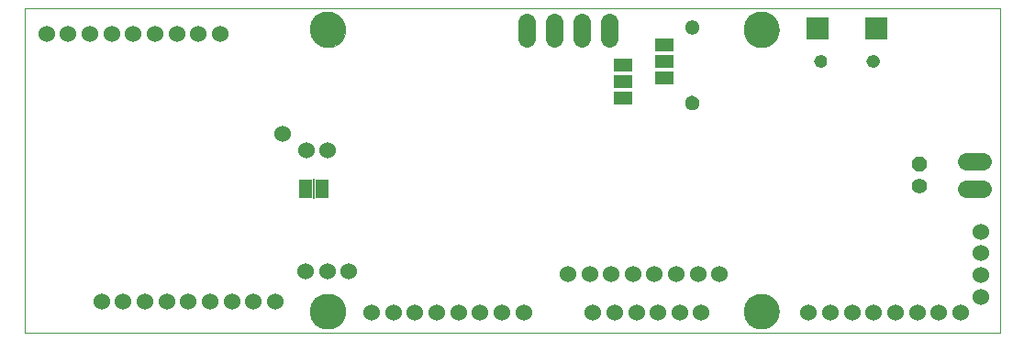
<source format=gbs>
G75*
%MOIN*%
%OFA0B0*%
%FSLAX25Y25*%
%IPPOS*%
%LPD*%
%AMOC8*
5,1,8,0,0,1.08239X$1,22.5*
%
%ADD10C,0.00000*%
%ADD11C,0.12998*%
%ADD12C,0.06000*%
%ADD13OC8,0.05600*%
%ADD14C,0.05600*%
%ADD15C,0.05124*%
%ADD16R,0.08274X0.08274*%
%ADD17C,0.04534*%
%ADD18C,0.06400*%
%ADD19R,0.05000X0.06700*%
%ADD20R,0.00600X0.07200*%
%ADD21R,0.06700X0.05000*%
D10*
X0001600Y0002700D02*
X0001600Y0120810D01*
X0355931Y0120810D01*
X0355931Y0002700D01*
X0001600Y0002700D01*
X0105537Y0010574D02*
X0105539Y0010732D01*
X0105545Y0010890D01*
X0105555Y0011048D01*
X0105569Y0011206D01*
X0105587Y0011363D01*
X0105608Y0011520D01*
X0105634Y0011676D01*
X0105664Y0011832D01*
X0105697Y0011987D01*
X0105735Y0012140D01*
X0105776Y0012293D01*
X0105821Y0012445D01*
X0105870Y0012596D01*
X0105923Y0012745D01*
X0105979Y0012893D01*
X0106039Y0013039D01*
X0106103Y0013184D01*
X0106171Y0013327D01*
X0106242Y0013469D01*
X0106316Y0013609D01*
X0106394Y0013746D01*
X0106476Y0013882D01*
X0106560Y0014016D01*
X0106649Y0014147D01*
X0106740Y0014276D01*
X0106835Y0014403D01*
X0106932Y0014528D01*
X0107033Y0014650D01*
X0107137Y0014769D01*
X0107244Y0014886D01*
X0107354Y0015000D01*
X0107467Y0015111D01*
X0107582Y0015220D01*
X0107700Y0015325D01*
X0107821Y0015427D01*
X0107944Y0015527D01*
X0108070Y0015623D01*
X0108198Y0015716D01*
X0108328Y0015806D01*
X0108461Y0015892D01*
X0108596Y0015976D01*
X0108732Y0016055D01*
X0108871Y0016132D01*
X0109012Y0016204D01*
X0109154Y0016274D01*
X0109298Y0016339D01*
X0109444Y0016401D01*
X0109591Y0016459D01*
X0109740Y0016514D01*
X0109890Y0016565D01*
X0110041Y0016612D01*
X0110193Y0016655D01*
X0110346Y0016694D01*
X0110501Y0016730D01*
X0110656Y0016761D01*
X0110812Y0016789D01*
X0110968Y0016813D01*
X0111125Y0016833D01*
X0111283Y0016849D01*
X0111440Y0016861D01*
X0111599Y0016869D01*
X0111757Y0016873D01*
X0111915Y0016873D01*
X0112073Y0016869D01*
X0112232Y0016861D01*
X0112389Y0016849D01*
X0112547Y0016833D01*
X0112704Y0016813D01*
X0112860Y0016789D01*
X0113016Y0016761D01*
X0113171Y0016730D01*
X0113326Y0016694D01*
X0113479Y0016655D01*
X0113631Y0016612D01*
X0113782Y0016565D01*
X0113932Y0016514D01*
X0114081Y0016459D01*
X0114228Y0016401D01*
X0114374Y0016339D01*
X0114518Y0016274D01*
X0114660Y0016204D01*
X0114801Y0016132D01*
X0114940Y0016055D01*
X0115076Y0015976D01*
X0115211Y0015892D01*
X0115344Y0015806D01*
X0115474Y0015716D01*
X0115602Y0015623D01*
X0115728Y0015527D01*
X0115851Y0015427D01*
X0115972Y0015325D01*
X0116090Y0015220D01*
X0116205Y0015111D01*
X0116318Y0015000D01*
X0116428Y0014886D01*
X0116535Y0014769D01*
X0116639Y0014650D01*
X0116740Y0014528D01*
X0116837Y0014403D01*
X0116932Y0014276D01*
X0117023Y0014147D01*
X0117112Y0014016D01*
X0117196Y0013882D01*
X0117278Y0013746D01*
X0117356Y0013609D01*
X0117430Y0013469D01*
X0117501Y0013327D01*
X0117569Y0013184D01*
X0117633Y0013039D01*
X0117693Y0012893D01*
X0117749Y0012745D01*
X0117802Y0012596D01*
X0117851Y0012445D01*
X0117896Y0012293D01*
X0117937Y0012140D01*
X0117975Y0011987D01*
X0118008Y0011832D01*
X0118038Y0011676D01*
X0118064Y0011520D01*
X0118085Y0011363D01*
X0118103Y0011206D01*
X0118117Y0011048D01*
X0118127Y0010890D01*
X0118133Y0010732D01*
X0118135Y0010574D01*
X0118133Y0010416D01*
X0118127Y0010258D01*
X0118117Y0010100D01*
X0118103Y0009942D01*
X0118085Y0009785D01*
X0118064Y0009628D01*
X0118038Y0009472D01*
X0118008Y0009316D01*
X0117975Y0009161D01*
X0117937Y0009008D01*
X0117896Y0008855D01*
X0117851Y0008703D01*
X0117802Y0008552D01*
X0117749Y0008403D01*
X0117693Y0008255D01*
X0117633Y0008109D01*
X0117569Y0007964D01*
X0117501Y0007821D01*
X0117430Y0007679D01*
X0117356Y0007539D01*
X0117278Y0007402D01*
X0117196Y0007266D01*
X0117112Y0007132D01*
X0117023Y0007001D01*
X0116932Y0006872D01*
X0116837Y0006745D01*
X0116740Y0006620D01*
X0116639Y0006498D01*
X0116535Y0006379D01*
X0116428Y0006262D01*
X0116318Y0006148D01*
X0116205Y0006037D01*
X0116090Y0005928D01*
X0115972Y0005823D01*
X0115851Y0005721D01*
X0115728Y0005621D01*
X0115602Y0005525D01*
X0115474Y0005432D01*
X0115344Y0005342D01*
X0115211Y0005256D01*
X0115076Y0005172D01*
X0114940Y0005093D01*
X0114801Y0005016D01*
X0114660Y0004944D01*
X0114518Y0004874D01*
X0114374Y0004809D01*
X0114228Y0004747D01*
X0114081Y0004689D01*
X0113932Y0004634D01*
X0113782Y0004583D01*
X0113631Y0004536D01*
X0113479Y0004493D01*
X0113326Y0004454D01*
X0113171Y0004418D01*
X0113016Y0004387D01*
X0112860Y0004359D01*
X0112704Y0004335D01*
X0112547Y0004315D01*
X0112389Y0004299D01*
X0112232Y0004287D01*
X0112073Y0004279D01*
X0111915Y0004275D01*
X0111757Y0004275D01*
X0111599Y0004279D01*
X0111440Y0004287D01*
X0111283Y0004299D01*
X0111125Y0004315D01*
X0110968Y0004335D01*
X0110812Y0004359D01*
X0110656Y0004387D01*
X0110501Y0004418D01*
X0110346Y0004454D01*
X0110193Y0004493D01*
X0110041Y0004536D01*
X0109890Y0004583D01*
X0109740Y0004634D01*
X0109591Y0004689D01*
X0109444Y0004747D01*
X0109298Y0004809D01*
X0109154Y0004874D01*
X0109012Y0004944D01*
X0108871Y0005016D01*
X0108732Y0005093D01*
X0108596Y0005172D01*
X0108461Y0005256D01*
X0108328Y0005342D01*
X0108198Y0005432D01*
X0108070Y0005525D01*
X0107944Y0005621D01*
X0107821Y0005721D01*
X0107700Y0005823D01*
X0107582Y0005928D01*
X0107467Y0006037D01*
X0107354Y0006148D01*
X0107244Y0006262D01*
X0107137Y0006379D01*
X0107033Y0006498D01*
X0106932Y0006620D01*
X0106835Y0006745D01*
X0106740Y0006872D01*
X0106649Y0007001D01*
X0106560Y0007132D01*
X0106476Y0007266D01*
X0106394Y0007402D01*
X0106316Y0007539D01*
X0106242Y0007679D01*
X0106171Y0007821D01*
X0106103Y0007964D01*
X0106039Y0008109D01*
X0105979Y0008255D01*
X0105923Y0008403D01*
X0105870Y0008552D01*
X0105821Y0008703D01*
X0105776Y0008855D01*
X0105735Y0009008D01*
X0105697Y0009161D01*
X0105664Y0009316D01*
X0105634Y0009472D01*
X0105608Y0009628D01*
X0105587Y0009785D01*
X0105569Y0009942D01*
X0105555Y0010100D01*
X0105545Y0010258D01*
X0105539Y0010416D01*
X0105537Y0010574D01*
X0263018Y0010574D02*
X0263020Y0010732D01*
X0263026Y0010890D01*
X0263036Y0011048D01*
X0263050Y0011206D01*
X0263068Y0011363D01*
X0263089Y0011520D01*
X0263115Y0011676D01*
X0263145Y0011832D01*
X0263178Y0011987D01*
X0263216Y0012140D01*
X0263257Y0012293D01*
X0263302Y0012445D01*
X0263351Y0012596D01*
X0263404Y0012745D01*
X0263460Y0012893D01*
X0263520Y0013039D01*
X0263584Y0013184D01*
X0263652Y0013327D01*
X0263723Y0013469D01*
X0263797Y0013609D01*
X0263875Y0013746D01*
X0263957Y0013882D01*
X0264041Y0014016D01*
X0264130Y0014147D01*
X0264221Y0014276D01*
X0264316Y0014403D01*
X0264413Y0014528D01*
X0264514Y0014650D01*
X0264618Y0014769D01*
X0264725Y0014886D01*
X0264835Y0015000D01*
X0264948Y0015111D01*
X0265063Y0015220D01*
X0265181Y0015325D01*
X0265302Y0015427D01*
X0265425Y0015527D01*
X0265551Y0015623D01*
X0265679Y0015716D01*
X0265809Y0015806D01*
X0265942Y0015892D01*
X0266077Y0015976D01*
X0266213Y0016055D01*
X0266352Y0016132D01*
X0266493Y0016204D01*
X0266635Y0016274D01*
X0266779Y0016339D01*
X0266925Y0016401D01*
X0267072Y0016459D01*
X0267221Y0016514D01*
X0267371Y0016565D01*
X0267522Y0016612D01*
X0267674Y0016655D01*
X0267827Y0016694D01*
X0267982Y0016730D01*
X0268137Y0016761D01*
X0268293Y0016789D01*
X0268449Y0016813D01*
X0268606Y0016833D01*
X0268764Y0016849D01*
X0268921Y0016861D01*
X0269080Y0016869D01*
X0269238Y0016873D01*
X0269396Y0016873D01*
X0269554Y0016869D01*
X0269713Y0016861D01*
X0269870Y0016849D01*
X0270028Y0016833D01*
X0270185Y0016813D01*
X0270341Y0016789D01*
X0270497Y0016761D01*
X0270652Y0016730D01*
X0270807Y0016694D01*
X0270960Y0016655D01*
X0271112Y0016612D01*
X0271263Y0016565D01*
X0271413Y0016514D01*
X0271562Y0016459D01*
X0271709Y0016401D01*
X0271855Y0016339D01*
X0271999Y0016274D01*
X0272141Y0016204D01*
X0272282Y0016132D01*
X0272421Y0016055D01*
X0272557Y0015976D01*
X0272692Y0015892D01*
X0272825Y0015806D01*
X0272955Y0015716D01*
X0273083Y0015623D01*
X0273209Y0015527D01*
X0273332Y0015427D01*
X0273453Y0015325D01*
X0273571Y0015220D01*
X0273686Y0015111D01*
X0273799Y0015000D01*
X0273909Y0014886D01*
X0274016Y0014769D01*
X0274120Y0014650D01*
X0274221Y0014528D01*
X0274318Y0014403D01*
X0274413Y0014276D01*
X0274504Y0014147D01*
X0274593Y0014016D01*
X0274677Y0013882D01*
X0274759Y0013746D01*
X0274837Y0013609D01*
X0274911Y0013469D01*
X0274982Y0013327D01*
X0275050Y0013184D01*
X0275114Y0013039D01*
X0275174Y0012893D01*
X0275230Y0012745D01*
X0275283Y0012596D01*
X0275332Y0012445D01*
X0275377Y0012293D01*
X0275418Y0012140D01*
X0275456Y0011987D01*
X0275489Y0011832D01*
X0275519Y0011676D01*
X0275545Y0011520D01*
X0275566Y0011363D01*
X0275584Y0011206D01*
X0275598Y0011048D01*
X0275608Y0010890D01*
X0275614Y0010732D01*
X0275616Y0010574D01*
X0275614Y0010416D01*
X0275608Y0010258D01*
X0275598Y0010100D01*
X0275584Y0009942D01*
X0275566Y0009785D01*
X0275545Y0009628D01*
X0275519Y0009472D01*
X0275489Y0009316D01*
X0275456Y0009161D01*
X0275418Y0009008D01*
X0275377Y0008855D01*
X0275332Y0008703D01*
X0275283Y0008552D01*
X0275230Y0008403D01*
X0275174Y0008255D01*
X0275114Y0008109D01*
X0275050Y0007964D01*
X0274982Y0007821D01*
X0274911Y0007679D01*
X0274837Y0007539D01*
X0274759Y0007402D01*
X0274677Y0007266D01*
X0274593Y0007132D01*
X0274504Y0007001D01*
X0274413Y0006872D01*
X0274318Y0006745D01*
X0274221Y0006620D01*
X0274120Y0006498D01*
X0274016Y0006379D01*
X0273909Y0006262D01*
X0273799Y0006148D01*
X0273686Y0006037D01*
X0273571Y0005928D01*
X0273453Y0005823D01*
X0273332Y0005721D01*
X0273209Y0005621D01*
X0273083Y0005525D01*
X0272955Y0005432D01*
X0272825Y0005342D01*
X0272692Y0005256D01*
X0272557Y0005172D01*
X0272421Y0005093D01*
X0272282Y0005016D01*
X0272141Y0004944D01*
X0271999Y0004874D01*
X0271855Y0004809D01*
X0271709Y0004747D01*
X0271562Y0004689D01*
X0271413Y0004634D01*
X0271263Y0004583D01*
X0271112Y0004536D01*
X0270960Y0004493D01*
X0270807Y0004454D01*
X0270652Y0004418D01*
X0270497Y0004387D01*
X0270341Y0004359D01*
X0270185Y0004335D01*
X0270028Y0004315D01*
X0269870Y0004299D01*
X0269713Y0004287D01*
X0269554Y0004279D01*
X0269396Y0004275D01*
X0269238Y0004275D01*
X0269080Y0004279D01*
X0268921Y0004287D01*
X0268764Y0004299D01*
X0268606Y0004315D01*
X0268449Y0004335D01*
X0268293Y0004359D01*
X0268137Y0004387D01*
X0267982Y0004418D01*
X0267827Y0004454D01*
X0267674Y0004493D01*
X0267522Y0004536D01*
X0267371Y0004583D01*
X0267221Y0004634D01*
X0267072Y0004689D01*
X0266925Y0004747D01*
X0266779Y0004809D01*
X0266635Y0004874D01*
X0266493Y0004944D01*
X0266352Y0005016D01*
X0266213Y0005093D01*
X0266077Y0005172D01*
X0265942Y0005256D01*
X0265809Y0005342D01*
X0265679Y0005432D01*
X0265551Y0005525D01*
X0265425Y0005621D01*
X0265302Y0005721D01*
X0265181Y0005823D01*
X0265063Y0005928D01*
X0264948Y0006037D01*
X0264835Y0006148D01*
X0264725Y0006262D01*
X0264618Y0006379D01*
X0264514Y0006498D01*
X0264413Y0006620D01*
X0264316Y0006745D01*
X0264221Y0006872D01*
X0264130Y0007001D01*
X0264041Y0007132D01*
X0263957Y0007266D01*
X0263875Y0007402D01*
X0263797Y0007539D01*
X0263723Y0007679D01*
X0263652Y0007821D01*
X0263584Y0007964D01*
X0263520Y0008109D01*
X0263460Y0008255D01*
X0263404Y0008403D01*
X0263351Y0008552D01*
X0263302Y0008703D01*
X0263257Y0008855D01*
X0263216Y0009008D01*
X0263178Y0009161D01*
X0263145Y0009316D01*
X0263115Y0009472D01*
X0263089Y0009628D01*
X0263068Y0009785D01*
X0263050Y0009942D01*
X0263036Y0010100D01*
X0263026Y0010258D01*
X0263020Y0010416D01*
X0263018Y0010574D01*
X0241738Y0086342D02*
X0241740Y0086439D01*
X0241746Y0086536D01*
X0241756Y0086632D01*
X0241770Y0086728D01*
X0241788Y0086824D01*
X0241809Y0086918D01*
X0241835Y0087012D01*
X0241864Y0087104D01*
X0241898Y0087195D01*
X0241934Y0087285D01*
X0241975Y0087373D01*
X0242019Y0087459D01*
X0242067Y0087544D01*
X0242118Y0087626D01*
X0242172Y0087707D01*
X0242230Y0087785D01*
X0242291Y0087860D01*
X0242354Y0087933D01*
X0242421Y0088004D01*
X0242491Y0088071D01*
X0242563Y0088136D01*
X0242638Y0088197D01*
X0242716Y0088256D01*
X0242795Y0088311D01*
X0242877Y0088363D01*
X0242961Y0088411D01*
X0243047Y0088456D01*
X0243135Y0088498D01*
X0243224Y0088536D01*
X0243315Y0088570D01*
X0243407Y0088600D01*
X0243500Y0088627D01*
X0243595Y0088649D01*
X0243690Y0088668D01*
X0243786Y0088683D01*
X0243882Y0088694D01*
X0243979Y0088701D01*
X0244076Y0088704D01*
X0244173Y0088703D01*
X0244270Y0088698D01*
X0244366Y0088689D01*
X0244462Y0088676D01*
X0244558Y0088659D01*
X0244653Y0088638D01*
X0244746Y0088614D01*
X0244839Y0088585D01*
X0244931Y0088553D01*
X0245021Y0088517D01*
X0245109Y0088478D01*
X0245196Y0088434D01*
X0245281Y0088388D01*
X0245364Y0088337D01*
X0245445Y0088284D01*
X0245523Y0088227D01*
X0245600Y0088167D01*
X0245673Y0088104D01*
X0245744Y0088038D01*
X0245812Y0087969D01*
X0245878Y0087897D01*
X0245940Y0087823D01*
X0245999Y0087746D01*
X0246055Y0087667D01*
X0246108Y0087585D01*
X0246158Y0087502D01*
X0246203Y0087416D01*
X0246246Y0087329D01*
X0246285Y0087240D01*
X0246320Y0087150D01*
X0246351Y0087058D01*
X0246378Y0086965D01*
X0246402Y0086871D01*
X0246422Y0086776D01*
X0246438Y0086680D01*
X0246450Y0086584D01*
X0246458Y0086487D01*
X0246462Y0086390D01*
X0246462Y0086294D01*
X0246458Y0086197D01*
X0246450Y0086100D01*
X0246438Y0086004D01*
X0246422Y0085908D01*
X0246402Y0085813D01*
X0246378Y0085719D01*
X0246351Y0085626D01*
X0246320Y0085534D01*
X0246285Y0085444D01*
X0246246Y0085355D01*
X0246203Y0085268D01*
X0246158Y0085182D01*
X0246108Y0085099D01*
X0246055Y0085017D01*
X0245999Y0084938D01*
X0245940Y0084861D01*
X0245878Y0084787D01*
X0245812Y0084715D01*
X0245744Y0084646D01*
X0245673Y0084580D01*
X0245600Y0084517D01*
X0245523Y0084457D01*
X0245445Y0084400D01*
X0245364Y0084347D01*
X0245281Y0084296D01*
X0245196Y0084250D01*
X0245109Y0084206D01*
X0245021Y0084167D01*
X0244931Y0084131D01*
X0244839Y0084099D01*
X0244746Y0084070D01*
X0244653Y0084046D01*
X0244558Y0084025D01*
X0244462Y0084008D01*
X0244366Y0083995D01*
X0244270Y0083986D01*
X0244173Y0083981D01*
X0244076Y0083980D01*
X0243979Y0083983D01*
X0243882Y0083990D01*
X0243786Y0084001D01*
X0243690Y0084016D01*
X0243595Y0084035D01*
X0243500Y0084057D01*
X0243407Y0084084D01*
X0243315Y0084114D01*
X0243224Y0084148D01*
X0243135Y0084186D01*
X0243047Y0084228D01*
X0242961Y0084273D01*
X0242877Y0084321D01*
X0242795Y0084373D01*
X0242716Y0084428D01*
X0242638Y0084487D01*
X0242563Y0084548D01*
X0242491Y0084613D01*
X0242421Y0084680D01*
X0242354Y0084751D01*
X0242291Y0084824D01*
X0242230Y0084899D01*
X0242172Y0084977D01*
X0242118Y0085058D01*
X0242067Y0085140D01*
X0242019Y0085225D01*
X0241975Y0085311D01*
X0241934Y0085399D01*
X0241898Y0085489D01*
X0241864Y0085580D01*
X0241835Y0085672D01*
X0241809Y0085766D01*
X0241788Y0085860D01*
X0241770Y0085956D01*
X0241756Y0086052D01*
X0241746Y0086148D01*
X0241740Y0086245D01*
X0241738Y0086342D01*
X0288736Y0101578D02*
X0288738Y0101669D01*
X0288744Y0101759D01*
X0288754Y0101850D01*
X0288768Y0101939D01*
X0288786Y0102028D01*
X0288807Y0102117D01*
X0288833Y0102204D01*
X0288862Y0102290D01*
X0288896Y0102374D01*
X0288932Y0102457D01*
X0288973Y0102539D01*
X0289017Y0102618D01*
X0289064Y0102696D01*
X0289115Y0102771D01*
X0289169Y0102844D01*
X0289226Y0102914D01*
X0289286Y0102982D01*
X0289349Y0103048D01*
X0289415Y0103110D01*
X0289484Y0103169D01*
X0289555Y0103226D01*
X0289629Y0103279D01*
X0289705Y0103329D01*
X0289783Y0103376D01*
X0289863Y0103419D01*
X0289944Y0103458D01*
X0290028Y0103494D01*
X0290113Y0103526D01*
X0290199Y0103555D01*
X0290286Y0103579D01*
X0290375Y0103600D01*
X0290464Y0103617D01*
X0290554Y0103630D01*
X0290644Y0103639D01*
X0290735Y0103644D01*
X0290826Y0103645D01*
X0290916Y0103642D01*
X0291007Y0103635D01*
X0291097Y0103624D01*
X0291187Y0103609D01*
X0291276Y0103590D01*
X0291364Y0103568D01*
X0291450Y0103541D01*
X0291536Y0103511D01*
X0291620Y0103477D01*
X0291703Y0103439D01*
X0291784Y0103398D01*
X0291863Y0103353D01*
X0291940Y0103304D01*
X0292014Y0103253D01*
X0292087Y0103198D01*
X0292157Y0103140D01*
X0292224Y0103079D01*
X0292288Y0103015D01*
X0292350Y0102949D01*
X0292409Y0102879D01*
X0292464Y0102808D01*
X0292517Y0102733D01*
X0292566Y0102657D01*
X0292612Y0102579D01*
X0292654Y0102498D01*
X0292693Y0102416D01*
X0292728Y0102332D01*
X0292759Y0102247D01*
X0292786Y0102160D01*
X0292810Y0102073D01*
X0292830Y0101984D01*
X0292846Y0101895D01*
X0292858Y0101805D01*
X0292866Y0101714D01*
X0292870Y0101623D01*
X0292870Y0101533D01*
X0292866Y0101442D01*
X0292858Y0101351D01*
X0292846Y0101261D01*
X0292830Y0101172D01*
X0292810Y0101083D01*
X0292786Y0100996D01*
X0292759Y0100909D01*
X0292728Y0100824D01*
X0292693Y0100740D01*
X0292654Y0100658D01*
X0292612Y0100577D01*
X0292566Y0100499D01*
X0292517Y0100423D01*
X0292464Y0100348D01*
X0292409Y0100277D01*
X0292350Y0100207D01*
X0292288Y0100141D01*
X0292224Y0100077D01*
X0292157Y0100016D01*
X0292087Y0099958D01*
X0292014Y0099903D01*
X0291940Y0099852D01*
X0291863Y0099803D01*
X0291784Y0099758D01*
X0291703Y0099717D01*
X0291620Y0099679D01*
X0291536Y0099645D01*
X0291450Y0099615D01*
X0291364Y0099588D01*
X0291276Y0099566D01*
X0291187Y0099547D01*
X0291097Y0099532D01*
X0291007Y0099521D01*
X0290916Y0099514D01*
X0290826Y0099511D01*
X0290735Y0099512D01*
X0290644Y0099517D01*
X0290554Y0099526D01*
X0290464Y0099539D01*
X0290375Y0099556D01*
X0290286Y0099577D01*
X0290199Y0099601D01*
X0290113Y0099630D01*
X0290028Y0099662D01*
X0289944Y0099698D01*
X0289863Y0099737D01*
X0289783Y0099780D01*
X0289705Y0099827D01*
X0289629Y0099877D01*
X0289555Y0099930D01*
X0289484Y0099987D01*
X0289415Y0100046D01*
X0289349Y0100108D01*
X0289286Y0100174D01*
X0289226Y0100242D01*
X0289169Y0100312D01*
X0289115Y0100385D01*
X0289064Y0100460D01*
X0289017Y0100538D01*
X0288973Y0100617D01*
X0288932Y0100699D01*
X0288896Y0100782D01*
X0288862Y0100866D01*
X0288833Y0100952D01*
X0288807Y0101039D01*
X0288786Y0101128D01*
X0288768Y0101217D01*
X0288754Y0101306D01*
X0288744Y0101397D01*
X0288738Y0101487D01*
X0288736Y0101578D01*
X0307830Y0101578D02*
X0307832Y0101669D01*
X0307838Y0101759D01*
X0307848Y0101850D01*
X0307862Y0101939D01*
X0307880Y0102028D01*
X0307901Y0102117D01*
X0307927Y0102204D01*
X0307956Y0102290D01*
X0307990Y0102374D01*
X0308026Y0102457D01*
X0308067Y0102539D01*
X0308111Y0102618D01*
X0308158Y0102696D01*
X0308209Y0102771D01*
X0308263Y0102844D01*
X0308320Y0102914D01*
X0308380Y0102982D01*
X0308443Y0103048D01*
X0308509Y0103110D01*
X0308578Y0103169D01*
X0308649Y0103226D01*
X0308723Y0103279D01*
X0308799Y0103329D01*
X0308877Y0103376D01*
X0308957Y0103419D01*
X0309038Y0103458D01*
X0309122Y0103494D01*
X0309207Y0103526D01*
X0309293Y0103555D01*
X0309380Y0103579D01*
X0309469Y0103600D01*
X0309558Y0103617D01*
X0309648Y0103630D01*
X0309738Y0103639D01*
X0309829Y0103644D01*
X0309920Y0103645D01*
X0310010Y0103642D01*
X0310101Y0103635D01*
X0310191Y0103624D01*
X0310281Y0103609D01*
X0310370Y0103590D01*
X0310458Y0103568D01*
X0310544Y0103541D01*
X0310630Y0103511D01*
X0310714Y0103477D01*
X0310797Y0103439D01*
X0310878Y0103398D01*
X0310957Y0103353D01*
X0311034Y0103304D01*
X0311108Y0103253D01*
X0311181Y0103198D01*
X0311251Y0103140D01*
X0311318Y0103079D01*
X0311382Y0103015D01*
X0311444Y0102949D01*
X0311503Y0102879D01*
X0311558Y0102808D01*
X0311611Y0102733D01*
X0311660Y0102657D01*
X0311706Y0102579D01*
X0311748Y0102498D01*
X0311787Y0102416D01*
X0311822Y0102332D01*
X0311853Y0102247D01*
X0311880Y0102160D01*
X0311904Y0102073D01*
X0311924Y0101984D01*
X0311940Y0101895D01*
X0311952Y0101805D01*
X0311960Y0101714D01*
X0311964Y0101623D01*
X0311964Y0101533D01*
X0311960Y0101442D01*
X0311952Y0101351D01*
X0311940Y0101261D01*
X0311924Y0101172D01*
X0311904Y0101083D01*
X0311880Y0100996D01*
X0311853Y0100909D01*
X0311822Y0100824D01*
X0311787Y0100740D01*
X0311748Y0100658D01*
X0311706Y0100577D01*
X0311660Y0100499D01*
X0311611Y0100423D01*
X0311558Y0100348D01*
X0311503Y0100277D01*
X0311444Y0100207D01*
X0311382Y0100141D01*
X0311318Y0100077D01*
X0311251Y0100016D01*
X0311181Y0099958D01*
X0311108Y0099903D01*
X0311034Y0099852D01*
X0310957Y0099803D01*
X0310878Y0099758D01*
X0310797Y0099717D01*
X0310714Y0099679D01*
X0310630Y0099645D01*
X0310544Y0099615D01*
X0310458Y0099588D01*
X0310370Y0099566D01*
X0310281Y0099547D01*
X0310191Y0099532D01*
X0310101Y0099521D01*
X0310010Y0099514D01*
X0309920Y0099511D01*
X0309829Y0099512D01*
X0309738Y0099517D01*
X0309648Y0099526D01*
X0309558Y0099539D01*
X0309469Y0099556D01*
X0309380Y0099577D01*
X0309293Y0099601D01*
X0309207Y0099630D01*
X0309122Y0099662D01*
X0309038Y0099698D01*
X0308957Y0099737D01*
X0308877Y0099780D01*
X0308799Y0099827D01*
X0308723Y0099877D01*
X0308649Y0099930D01*
X0308578Y0099987D01*
X0308509Y0100046D01*
X0308443Y0100108D01*
X0308380Y0100174D01*
X0308320Y0100242D01*
X0308263Y0100312D01*
X0308209Y0100385D01*
X0308158Y0100460D01*
X0308111Y0100538D01*
X0308067Y0100617D01*
X0308026Y0100699D01*
X0307990Y0100782D01*
X0307956Y0100866D01*
X0307927Y0100952D01*
X0307901Y0101039D01*
X0307880Y0101128D01*
X0307862Y0101217D01*
X0307848Y0101306D01*
X0307838Y0101397D01*
X0307832Y0101487D01*
X0307830Y0101578D01*
X0263018Y0112936D02*
X0263020Y0113094D01*
X0263026Y0113252D01*
X0263036Y0113410D01*
X0263050Y0113568D01*
X0263068Y0113725D01*
X0263089Y0113882D01*
X0263115Y0114038D01*
X0263145Y0114194D01*
X0263178Y0114349D01*
X0263216Y0114502D01*
X0263257Y0114655D01*
X0263302Y0114807D01*
X0263351Y0114958D01*
X0263404Y0115107D01*
X0263460Y0115255D01*
X0263520Y0115401D01*
X0263584Y0115546D01*
X0263652Y0115689D01*
X0263723Y0115831D01*
X0263797Y0115971D01*
X0263875Y0116108D01*
X0263957Y0116244D01*
X0264041Y0116378D01*
X0264130Y0116509D01*
X0264221Y0116638D01*
X0264316Y0116765D01*
X0264413Y0116890D01*
X0264514Y0117012D01*
X0264618Y0117131D01*
X0264725Y0117248D01*
X0264835Y0117362D01*
X0264948Y0117473D01*
X0265063Y0117582D01*
X0265181Y0117687D01*
X0265302Y0117789D01*
X0265425Y0117889D01*
X0265551Y0117985D01*
X0265679Y0118078D01*
X0265809Y0118168D01*
X0265942Y0118254D01*
X0266077Y0118338D01*
X0266213Y0118417D01*
X0266352Y0118494D01*
X0266493Y0118566D01*
X0266635Y0118636D01*
X0266779Y0118701D01*
X0266925Y0118763D01*
X0267072Y0118821D01*
X0267221Y0118876D01*
X0267371Y0118927D01*
X0267522Y0118974D01*
X0267674Y0119017D01*
X0267827Y0119056D01*
X0267982Y0119092D01*
X0268137Y0119123D01*
X0268293Y0119151D01*
X0268449Y0119175D01*
X0268606Y0119195D01*
X0268764Y0119211D01*
X0268921Y0119223D01*
X0269080Y0119231D01*
X0269238Y0119235D01*
X0269396Y0119235D01*
X0269554Y0119231D01*
X0269713Y0119223D01*
X0269870Y0119211D01*
X0270028Y0119195D01*
X0270185Y0119175D01*
X0270341Y0119151D01*
X0270497Y0119123D01*
X0270652Y0119092D01*
X0270807Y0119056D01*
X0270960Y0119017D01*
X0271112Y0118974D01*
X0271263Y0118927D01*
X0271413Y0118876D01*
X0271562Y0118821D01*
X0271709Y0118763D01*
X0271855Y0118701D01*
X0271999Y0118636D01*
X0272141Y0118566D01*
X0272282Y0118494D01*
X0272421Y0118417D01*
X0272557Y0118338D01*
X0272692Y0118254D01*
X0272825Y0118168D01*
X0272955Y0118078D01*
X0273083Y0117985D01*
X0273209Y0117889D01*
X0273332Y0117789D01*
X0273453Y0117687D01*
X0273571Y0117582D01*
X0273686Y0117473D01*
X0273799Y0117362D01*
X0273909Y0117248D01*
X0274016Y0117131D01*
X0274120Y0117012D01*
X0274221Y0116890D01*
X0274318Y0116765D01*
X0274413Y0116638D01*
X0274504Y0116509D01*
X0274593Y0116378D01*
X0274677Y0116244D01*
X0274759Y0116108D01*
X0274837Y0115971D01*
X0274911Y0115831D01*
X0274982Y0115689D01*
X0275050Y0115546D01*
X0275114Y0115401D01*
X0275174Y0115255D01*
X0275230Y0115107D01*
X0275283Y0114958D01*
X0275332Y0114807D01*
X0275377Y0114655D01*
X0275418Y0114502D01*
X0275456Y0114349D01*
X0275489Y0114194D01*
X0275519Y0114038D01*
X0275545Y0113882D01*
X0275566Y0113725D01*
X0275584Y0113568D01*
X0275598Y0113410D01*
X0275608Y0113252D01*
X0275614Y0113094D01*
X0275616Y0112936D01*
X0275614Y0112778D01*
X0275608Y0112620D01*
X0275598Y0112462D01*
X0275584Y0112304D01*
X0275566Y0112147D01*
X0275545Y0111990D01*
X0275519Y0111834D01*
X0275489Y0111678D01*
X0275456Y0111523D01*
X0275418Y0111370D01*
X0275377Y0111217D01*
X0275332Y0111065D01*
X0275283Y0110914D01*
X0275230Y0110765D01*
X0275174Y0110617D01*
X0275114Y0110471D01*
X0275050Y0110326D01*
X0274982Y0110183D01*
X0274911Y0110041D01*
X0274837Y0109901D01*
X0274759Y0109764D01*
X0274677Y0109628D01*
X0274593Y0109494D01*
X0274504Y0109363D01*
X0274413Y0109234D01*
X0274318Y0109107D01*
X0274221Y0108982D01*
X0274120Y0108860D01*
X0274016Y0108741D01*
X0273909Y0108624D01*
X0273799Y0108510D01*
X0273686Y0108399D01*
X0273571Y0108290D01*
X0273453Y0108185D01*
X0273332Y0108083D01*
X0273209Y0107983D01*
X0273083Y0107887D01*
X0272955Y0107794D01*
X0272825Y0107704D01*
X0272692Y0107618D01*
X0272557Y0107534D01*
X0272421Y0107455D01*
X0272282Y0107378D01*
X0272141Y0107306D01*
X0271999Y0107236D01*
X0271855Y0107171D01*
X0271709Y0107109D01*
X0271562Y0107051D01*
X0271413Y0106996D01*
X0271263Y0106945D01*
X0271112Y0106898D01*
X0270960Y0106855D01*
X0270807Y0106816D01*
X0270652Y0106780D01*
X0270497Y0106749D01*
X0270341Y0106721D01*
X0270185Y0106697D01*
X0270028Y0106677D01*
X0269870Y0106661D01*
X0269713Y0106649D01*
X0269554Y0106641D01*
X0269396Y0106637D01*
X0269238Y0106637D01*
X0269080Y0106641D01*
X0268921Y0106649D01*
X0268764Y0106661D01*
X0268606Y0106677D01*
X0268449Y0106697D01*
X0268293Y0106721D01*
X0268137Y0106749D01*
X0267982Y0106780D01*
X0267827Y0106816D01*
X0267674Y0106855D01*
X0267522Y0106898D01*
X0267371Y0106945D01*
X0267221Y0106996D01*
X0267072Y0107051D01*
X0266925Y0107109D01*
X0266779Y0107171D01*
X0266635Y0107236D01*
X0266493Y0107306D01*
X0266352Y0107378D01*
X0266213Y0107455D01*
X0266077Y0107534D01*
X0265942Y0107618D01*
X0265809Y0107704D01*
X0265679Y0107794D01*
X0265551Y0107887D01*
X0265425Y0107983D01*
X0265302Y0108083D01*
X0265181Y0108185D01*
X0265063Y0108290D01*
X0264948Y0108399D01*
X0264835Y0108510D01*
X0264725Y0108624D01*
X0264618Y0108741D01*
X0264514Y0108860D01*
X0264413Y0108982D01*
X0264316Y0109107D01*
X0264221Y0109234D01*
X0264130Y0109363D01*
X0264041Y0109494D01*
X0263957Y0109628D01*
X0263875Y0109764D01*
X0263797Y0109901D01*
X0263723Y0110041D01*
X0263652Y0110183D01*
X0263584Y0110326D01*
X0263520Y0110471D01*
X0263460Y0110617D01*
X0263404Y0110765D01*
X0263351Y0110914D01*
X0263302Y0111065D01*
X0263257Y0111217D01*
X0263216Y0111370D01*
X0263178Y0111523D01*
X0263145Y0111678D01*
X0263115Y0111834D01*
X0263089Y0111990D01*
X0263068Y0112147D01*
X0263050Y0112304D01*
X0263036Y0112462D01*
X0263026Y0112620D01*
X0263020Y0112778D01*
X0263018Y0112936D01*
X0241738Y0113901D02*
X0241740Y0113998D01*
X0241746Y0114095D01*
X0241756Y0114191D01*
X0241770Y0114287D01*
X0241788Y0114383D01*
X0241809Y0114477D01*
X0241835Y0114571D01*
X0241864Y0114663D01*
X0241898Y0114754D01*
X0241934Y0114844D01*
X0241975Y0114932D01*
X0242019Y0115018D01*
X0242067Y0115103D01*
X0242118Y0115185D01*
X0242172Y0115266D01*
X0242230Y0115344D01*
X0242291Y0115419D01*
X0242354Y0115492D01*
X0242421Y0115563D01*
X0242491Y0115630D01*
X0242563Y0115695D01*
X0242638Y0115756D01*
X0242716Y0115815D01*
X0242795Y0115870D01*
X0242877Y0115922D01*
X0242961Y0115970D01*
X0243047Y0116015D01*
X0243135Y0116057D01*
X0243224Y0116095D01*
X0243315Y0116129D01*
X0243407Y0116159D01*
X0243500Y0116186D01*
X0243595Y0116208D01*
X0243690Y0116227D01*
X0243786Y0116242D01*
X0243882Y0116253D01*
X0243979Y0116260D01*
X0244076Y0116263D01*
X0244173Y0116262D01*
X0244270Y0116257D01*
X0244366Y0116248D01*
X0244462Y0116235D01*
X0244558Y0116218D01*
X0244653Y0116197D01*
X0244746Y0116173D01*
X0244839Y0116144D01*
X0244931Y0116112D01*
X0245021Y0116076D01*
X0245109Y0116037D01*
X0245196Y0115993D01*
X0245281Y0115947D01*
X0245364Y0115896D01*
X0245445Y0115843D01*
X0245523Y0115786D01*
X0245600Y0115726D01*
X0245673Y0115663D01*
X0245744Y0115597D01*
X0245812Y0115528D01*
X0245878Y0115456D01*
X0245940Y0115382D01*
X0245999Y0115305D01*
X0246055Y0115226D01*
X0246108Y0115144D01*
X0246158Y0115061D01*
X0246203Y0114975D01*
X0246246Y0114888D01*
X0246285Y0114799D01*
X0246320Y0114709D01*
X0246351Y0114617D01*
X0246378Y0114524D01*
X0246402Y0114430D01*
X0246422Y0114335D01*
X0246438Y0114239D01*
X0246450Y0114143D01*
X0246458Y0114046D01*
X0246462Y0113949D01*
X0246462Y0113853D01*
X0246458Y0113756D01*
X0246450Y0113659D01*
X0246438Y0113563D01*
X0246422Y0113467D01*
X0246402Y0113372D01*
X0246378Y0113278D01*
X0246351Y0113185D01*
X0246320Y0113093D01*
X0246285Y0113003D01*
X0246246Y0112914D01*
X0246203Y0112827D01*
X0246158Y0112741D01*
X0246108Y0112658D01*
X0246055Y0112576D01*
X0245999Y0112497D01*
X0245940Y0112420D01*
X0245878Y0112346D01*
X0245812Y0112274D01*
X0245744Y0112205D01*
X0245673Y0112139D01*
X0245600Y0112076D01*
X0245523Y0112016D01*
X0245445Y0111959D01*
X0245364Y0111906D01*
X0245281Y0111855D01*
X0245196Y0111809D01*
X0245109Y0111765D01*
X0245021Y0111726D01*
X0244931Y0111690D01*
X0244839Y0111658D01*
X0244746Y0111629D01*
X0244653Y0111605D01*
X0244558Y0111584D01*
X0244462Y0111567D01*
X0244366Y0111554D01*
X0244270Y0111545D01*
X0244173Y0111540D01*
X0244076Y0111539D01*
X0243979Y0111542D01*
X0243882Y0111549D01*
X0243786Y0111560D01*
X0243690Y0111575D01*
X0243595Y0111594D01*
X0243500Y0111616D01*
X0243407Y0111643D01*
X0243315Y0111673D01*
X0243224Y0111707D01*
X0243135Y0111745D01*
X0243047Y0111787D01*
X0242961Y0111832D01*
X0242877Y0111880D01*
X0242795Y0111932D01*
X0242716Y0111987D01*
X0242638Y0112046D01*
X0242563Y0112107D01*
X0242491Y0112172D01*
X0242421Y0112239D01*
X0242354Y0112310D01*
X0242291Y0112383D01*
X0242230Y0112458D01*
X0242172Y0112536D01*
X0242118Y0112617D01*
X0242067Y0112699D01*
X0242019Y0112784D01*
X0241975Y0112870D01*
X0241934Y0112958D01*
X0241898Y0113048D01*
X0241864Y0113139D01*
X0241835Y0113231D01*
X0241809Y0113325D01*
X0241788Y0113419D01*
X0241770Y0113515D01*
X0241756Y0113611D01*
X0241746Y0113707D01*
X0241740Y0113804D01*
X0241738Y0113901D01*
X0105537Y0112936D02*
X0105539Y0113094D01*
X0105545Y0113252D01*
X0105555Y0113410D01*
X0105569Y0113568D01*
X0105587Y0113725D01*
X0105608Y0113882D01*
X0105634Y0114038D01*
X0105664Y0114194D01*
X0105697Y0114349D01*
X0105735Y0114502D01*
X0105776Y0114655D01*
X0105821Y0114807D01*
X0105870Y0114958D01*
X0105923Y0115107D01*
X0105979Y0115255D01*
X0106039Y0115401D01*
X0106103Y0115546D01*
X0106171Y0115689D01*
X0106242Y0115831D01*
X0106316Y0115971D01*
X0106394Y0116108D01*
X0106476Y0116244D01*
X0106560Y0116378D01*
X0106649Y0116509D01*
X0106740Y0116638D01*
X0106835Y0116765D01*
X0106932Y0116890D01*
X0107033Y0117012D01*
X0107137Y0117131D01*
X0107244Y0117248D01*
X0107354Y0117362D01*
X0107467Y0117473D01*
X0107582Y0117582D01*
X0107700Y0117687D01*
X0107821Y0117789D01*
X0107944Y0117889D01*
X0108070Y0117985D01*
X0108198Y0118078D01*
X0108328Y0118168D01*
X0108461Y0118254D01*
X0108596Y0118338D01*
X0108732Y0118417D01*
X0108871Y0118494D01*
X0109012Y0118566D01*
X0109154Y0118636D01*
X0109298Y0118701D01*
X0109444Y0118763D01*
X0109591Y0118821D01*
X0109740Y0118876D01*
X0109890Y0118927D01*
X0110041Y0118974D01*
X0110193Y0119017D01*
X0110346Y0119056D01*
X0110501Y0119092D01*
X0110656Y0119123D01*
X0110812Y0119151D01*
X0110968Y0119175D01*
X0111125Y0119195D01*
X0111283Y0119211D01*
X0111440Y0119223D01*
X0111599Y0119231D01*
X0111757Y0119235D01*
X0111915Y0119235D01*
X0112073Y0119231D01*
X0112232Y0119223D01*
X0112389Y0119211D01*
X0112547Y0119195D01*
X0112704Y0119175D01*
X0112860Y0119151D01*
X0113016Y0119123D01*
X0113171Y0119092D01*
X0113326Y0119056D01*
X0113479Y0119017D01*
X0113631Y0118974D01*
X0113782Y0118927D01*
X0113932Y0118876D01*
X0114081Y0118821D01*
X0114228Y0118763D01*
X0114374Y0118701D01*
X0114518Y0118636D01*
X0114660Y0118566D01*
X0114801Y0118494D01*
X0114940Y0118417D01*
X0115076Y0118338D01*
X0115211Y0118254D01*
X0115344Y0118168D01*
X0115474Y0118078D01*
X0115602Y0117985D01*
X0115728Y0117889D01*
X0115851Y0117789D01*
X0115972Y0117687D01*
X0116090Y0117582D01*
X0116205Y0117473D01*
X0116318Y0117362D01*
X0116428Y0117248D01*
X0116535Y0117131D01*
X0116639Y0117012D01*
X0116740Y0116890D01*
X0116837Y0116765D01*
X0116932Y0116638D01*
X0117023Y0116509D01*
X0117112Y0116378D01*
X0117196Y0116244D01*
X0117278Y0116108D01*
X0117356Y0115971D01*
X0117430Y0115831D01*
X0117501Y0115689D01*
X0117569Y0115546D01*
X0117633Y0115401D01*
X0117693Y0115255D01*
X0117749Y0115107D01*
X0117802Y0114958D01*
X0117851Y0114807D01*
X0117896Y0114655D01*
X0117937Y0114502D01*
X0117975Y0114349D01*
X0118008Y0114194D01*
X0118038Y0114038D01*
X0118064Y0113882D01*
X0118085Y0113725D01*
X0118103Y0113568D01*
X0118117Y0113410D01*
X0118127Y0113252D01*
X0118133Y0113094D01*
X0118135Y0112936D01*
X0118133Y0112778D01*
X0118127Y0112620D01*
X0118117Y0112462D01*
X0118103Y0112304D01*
X0118085Y0112147D01*
X0118064Y0111990D01*
X0118038Y0111834D01*
X0118008Y0111678D01*
X0117975Y0111523D01*
X0117937Y0111370D01*
X0117896Y0111217D01*
X0117851Y0111065D01*
X0117802Y0110914D01*
X0117749Y0110765D01*
X0117693Y0110617D01*
X0117633Y0110471D01*
X0117569Y0110326D01*
X0117501Y0110183D01*
X0117430Y0110041D01*
X0117356Y0109901D01*
X0117278Y0109764D01*
X0117196Y0109628D01*
X0117112Y0109494D01*
X0117023Y0109363D01*
X0116932Y0109234D01*
X0116837Y0109107D01*
X0116740Y0108982D01*
X0116639Y0108860D01*
X0116535Y0108741D01*
X0116428Y0108624D01*
X0116318Y0108510D01*
X0116205Y0108399D01*
X0116090Y0108290D01*
X0115972Y0108185D01*
X0115851Y0108083D01*
X0115728Y0107983D01*
X0115602Y0107887D01*
X0115474Y0107794D01*
X0115344Y0107704D01*
X0115211Y0107618D01*
X0115076Y0107534D01*
X0114940Y0107455D01*
X0114801Y0107378D01*
X0114660Y0107306D01*
X0114518Y0107236D01*
X0114374Y0107171D01*
X0114228Y0107109D01*
X0114081Y0107051D01*
X0113932Y0106996D01*
X0113782Y0106945D01*
X0113631Y0106898D01*
X0113479Y0106855D01*
X0113326Y0106816D01*
X0113171Y0106780D01*
X0113016Y0106749D01*
X0112860Y0106721D01*
X0112704Y0106697D01*
X0112547Y0106677D01*
X0112389Y0106661D01*
X0112232Y0106649D01*
X0112073Y0106641D01*
X0111915Y0106637D01*
X0111757Y0106637D01*
X0111599Y0106641D01*
X0111440Y0106649D01*
X0111283Y0106661D01*
X0111125Y0106677D01*
X0110968Y0106697D01*
X0110812Y0106721D01*
X0110656Y0106749D01*
X0110501Y0106780D01*
X0110346Y0106816D01*
X0110193Y0106855D01*
X0110041Y0106898D01*
X0109890Y0106945D01*
X0109740Y0106996D01*
X0109591Y0107051D01*
X0109444Y0107109D01*
X0109298Y0107171D01*
X0109154Y0107236D01*
X0109012Y0107306D01*
X0108871Y0107378D01*
X0108732Y0107455D01*
X0108596Y0107534D01*
X0108461Y0107618D01*
X0108328Y0107704D01*
X0108198Y0107794D01*
X0108070Y0107887D01*
X0107944Y0107983D01*
X0107821Y0108083D01*
X0107700Y0108185D01*
X0107582Y0108290D01*
X0107467Y0108399D01*
X0107354Y0108510D01*
X0107244Y0108624D01*
X0107137Y0108741D01*
X0107033Y0108860D01*
X0106932Y0108982D01*
X0106835Y0109107D01*
X0106740Y0109234D01*
X0106649Y0109363D01*
X0106560Y0109494D01*
X0106476Y0109628D01*
X0106394Y0109764D01*
X0106316Y0109901D01*
X0106242Y0110041D01*
X0106171Y0110183D01*
X0106103Y0110326D01*
X0106039Y0110471D01*
X0105979Y0110617D01*
X0105923Y0110765D01*
X0105870Y0110914D01*
X0105821Y0111065D01*
X0105776Y0111217D01*
X0105735Y0111370D01*
X0105697Y0111523D01*
X0105664Y0111678D01*
X0105634Y0111834D01*
X0105608Y0111990D01*
X0105587Y0112147D01*
X0105569Y0112304D01*
X0105555Y0112462D01*
X0105545Y0112620D01*
X0105539Y0112778D01*
X0105537Y0112936D01*
D11*
X0111836Y0112936D03*
X0269317Y0112936D03*
X0269317Y0010574D03*
X0111836Y0010574D03*
D12*
X0127791Y0010200D03*
X0135665Y0010200D03*
X0143539Y0010200D03*
X0151413Y0010200D03*
X0159287Y0010200D03*
X0167161Y0010200D03*
X0175035Y0010200D03*
X0182909Y0010200D03*
X0208165Y0010200D03*
X0216039Y0010200D03*
X0223913Y0010200D03*
X0231787Y0010200D03*
X0239661Y0010200D03*
X0247535Y0010200D03*
X0246285Y0023950D03*
X0254159Y0023950D03*
X0238411Y0023950D03*
X0230537Y0023950D03*
X0222663Y0023950D03*
X0214789Y0023950D03*
X0206915Y0023950D03*
X0199041Y0023950D03*
X0119474Y0025200D03*
X0111600Y0025200D03*
X0103726Y0025200D03*
X0092673Y0014029D03*
X0084799Y0014029D03*
X0076925Y0014029D03*
X0069051Y0014029D03*
X0061177Y0014029D03*
X0053303Y0014029D03*
X0045429Y0014029D03*
X0037555Y0014029D03*
X0029681Y0014029D03*
X0103913Y0068950D03*
X0111787Y0068950D03*
X0095350Y0075200D03*
X0072673Y0111529D03*
X0064799Y0111529D03*
X0056925Y0111529D03*
X0049051Y0111529D03*
X0041177Y0111529D03*
X0033303Y0111529D03*
X0025429Y0111529D03*
X0017555Y0111529D03*
X0009681Y0111529D03*
X0286541Y0010200D03*
X0294415Y0010200D03*
X0302289Y0010200D03*
X0310163Y0010200D03*
X0318037Y0010200D03*
X0325911Y0010200D03*
X0333785Y0010200D03*
X0341659Y0010200D03*
X0349100Y0015889D03*
X0349100Y0023763D03*
X0349100Y0031637D03*
X0349100Y0039511D03*
D13*
X0326600Y0064200D03*
D14*
X0326600Y0056200D03*
D15*
X0244100Y0086342D03*
X0244100Y0113901D03*
D16*
X0289622Y0113507D03*
X0311078Y0113507D03*
D17*
X0309897Y0101578D03*
X0290803Y0101578D03*
D18*
X0214100Y0109700D02*
X0214100Y0115700D01*
X0204100Y0115700D02*
X0204100Y0109700D01*
X0194100Y0109700D02*
X0194100Y0115700D01*
X0184100Y0115700D02*
X0184100Y0109700D01*
X0343600Y0065200D02*
X0349600Y0065200D01*
X0349600Y0055200D02*
X0343600Y0055200D01*
D19*
X0109600Y0055200D03*
X0103600Y0055200D03*
D20*
X0106600Y0055200D03*
D21*
X0219100Y0087950D03*
X0219100Y0093950D03*
X0234100Y0095450D03*
X0219100Y0099950D03*
X0234100Y0101450D03*
X0234100Y0107450D03*
M02*

</source>
